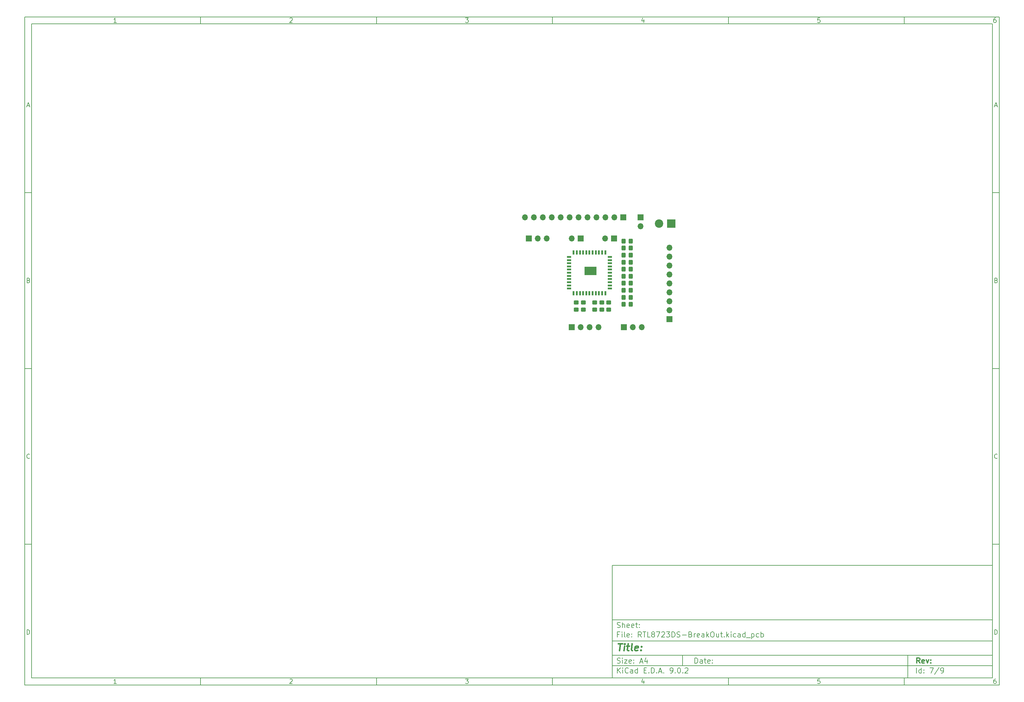
<source format=gts>
G04 #@! TF.GenerationSoftware,KiCad,Pcbnew,9.0.2*
G04 #@! TF.CreationDate,2025-07-17T00:51:24+08:00*
G04 #@! TF.ProjectId,RTL8723DS-BreakOut,52544c38-3732-4334-9453-2d427265616b,rev?*
G04 #@! TF.SameCoordinates,Original*
G04 #@! TF.FileFunction,Soldermask,Top*
G04 #@! TF.FilePolarity,Negative*
%FSLAX45Y45*%
G04 Gerber Fmt 4.5, Leading zero omitted, Abs format (unit mm)*
G04 Created by KiCad (PCBNEW 9.0.2) date 2025-07-17 00:51:24*
%MOMM*%
%LPD*%
G01*
G04 APERTURE LIST*
G04 Aperture macros list*
%AMRoundRect*
0 Rectangle with rounded corners*
0 $1 Rounding radius*
0 $2 $3 $4 $5 $6 $7 $8 $9 X,Y pos of 4 corners*
0 Add a 4 corners polygon primitive as box body*
4,1,4,$2,$3,$4,$5,$6,$7,$8,$9,$2,$3,0*
0 Add four circle primitives for the rounded corners*
1,1,$1+$1,$2,$3*
1,1,$1+$1,$4,$5*
1,1,$1+$1,$6,$7*
1,1,$1+$1,$8,$9*
0 Add four rect primitives between the rounded corners*
20,1,$1+$1,$2,$3,$4,$5,0*
20,1,$1+$1,$4,$5,$6,$7,0*
20,1,$1+$1,$6,$7,$8,$9,0*
20,1,$1+$1,$8,$9,$2,$3,0*%
G04 Aperture macros list end*
%ADD10C,0.100000*%
%ADD11C,0.150000*%
%ADD12C,0.300000*%
%ADD13C,0.400000*%
%ADD14RoundRect,0.250000X-0.325000X-0.450000X0.325000X-0.450000X0.325000X0.450000X-0.325000X0.450000X0*%
%ADD15RoundRect,0.250000X0.450000X-0.325000X0.450000X0.325000X-0.450000X0.325000X-0.450000X-0.325000X0*%
%ADD16RoundRect,0.250000X0.325000X0.450000X-0.325000X0.450000X-0.325000X-0.450000X0.325000X-0.450000X0*%
%ADD17R,1.700000X1.700000*%
%ADD18O,1.700000X1.700000*%
%ADD19RoundRect,0.075000X-0.175000X-0.525000X0.175000X-0.525000X0.175000X0.525000X-0.175000X0.525000X0*%
%ADD20RoundRect,0.075000X-0.525000X-0.175000X0.525000X-0.175000X0.525000X0.175000X-0.525000X0.175000X0*%
%ADD21R,3.360000X2.440000*%
%ADD22RoundRect,0.250000X-0.450000X0.325000X-0.450000X-0.325000X0.450000X-0.325000X0.450000X0.325000X0*%
%ADD23R,2.400000X2.400000*%
%ADD24C,2.400000*%
G04 APERTURE END LIST*
D10*
D11*
X17700220Y-16600720D02*
X28500220Y-16600720D01*
X28500220Y-19800720D01*
X17700220Y-19800720D01*
X17700220Y-16600720D01*
D10*
D11*
X1000000Y-1000000D02*
X28700220Y-1000000D01*
X28700220Y-20000720D01*
X1000000Y-20000720D01*
X1000000Y-1000000D01*
D10*
D11*
X1200000Y-1200000D02*
X28500220Y-1200000D01*
X28500220Y-19800720D01*
X1200000Y-19800720D01*
X1200000Y-1200000D01*
D10*
D11*
X6000000Y-1200000D02*
X6000000Y-1000000D01*
D10*
D11*
X11000000Y-1200000D02*
X11000000Y-1000000D01*
D10*
D11*
X16000000Y-1200000D02*
X16000000Y-1000000D01*
D10*
D11*
X21000000Y-1200000D02*
X21000000Y-1000000D01*
D10*
D11*
X26000000Y-1200000D02*
X26000000Y-1000000D01*
D10*
D11*
X3608916Y-1159360D02*
X3534630Y-1159360D01*
X3571773Y-1159360D02*
X3571773Y-1029360D01*
X3571773Y-1029360D02*
X3559392Y-1047932D01*
X3559392Y-1047932D02*
X3547011Y-1060313D01*
X3547011Y-1060313D02*
X3534630Y-1066503D01*
D10*
D11*
X8534630Y-1041741D02*
X8540821Y-1035551D01*
X8540821Y-1035551D02*
X8553202Y-1029360D01*
X8553202Y-1029360D02*
X8584154Y-1029360D01*
X8584154Y-1029360D02*
X8596535Y-1035551D01*
X8596535Y-1035551D02*
X8602726Y-1041741D01*
X8602726Y-1041741D02*
X8608916Y-1054122D01*
X8608916Y-1054122D02*
X8608916Y-1066503D01*
X8608916Y-1066503D02*
X8602726Y-1085075D01*
X8602726Y-1085075D02*
X8528440Y-1159360D01*
X8528440Y-1159360D02*
X8608916Y-1159360D01*
D10*
D11*
X13528440Y-1029360D02*
X13608916Y-1029360D01*
X13608916Y-1029360D02*
X13565583Y-1078884D01*
X13565583Y-1078884D02*
X13584154Y-1078884D01*
X13584154Y-1078884D02*
X13596535Y-1085075D01*
X13596535Y-1085075D02*
X13602725Y-1091265D01*
X13602725Y-1091265D02*
X13608916Y-1103646D01*
X13608916Y-1103646D02*
X13608916Y-1134599D01*
X13608916Y-1134599D02*
X13602725Y-1146980D01*
X13602725Y-1146980D02*
X13596535Y-1153170D01*
X13596535Y-1153170D02*
X13584154Y-1159360D01*
X13584154Y-1159360D02*
X13547011Y-1159360D01*
X13547011Y-1159360D02*
X13534630Y-1153170D01*
X13534630Y-1153170D02*
X13528440Y-1146980D01*
D10*
D11*
X18596535Y-1072694D02*
X18596535Y-1159360D01*
X18565583Y-1023170D02*
X18534630Y-1116027D01*
X18534630Y-1116027D02*
X18615106Y-1116027D01*
D10*
D11*
X23602725Y-1029360D02*
X23540821Y-1029360D01*
X23540821Y-1029360D02*
X23534630Y-1091265D01*
X23534630Y-1091265D02*
X23540821Y-1085075D01*
X23540821Y-1085075D02*
X23553202Y-1078884D01*
X23553202Y-1078884D02*
X23584154Y-1078884D01*
X23584154Y-1078884D02*
X23596535Y-1085075D01*
X23596535Y-1085075D02*
X23602725Y-1091265D01*
X23602725Y-1091265D02*
X23608916Y-1103646D01*
X23608916Y-1103646D02*
X23608916Y-1134599D01*
X23608916Y-1134599D02*
X23602725Y-1146980D01*
X23602725Y-1146980D02*
X23596535Y-1153170D01*
X23596535Y-1153170D02*
X23584154Y-1159360D01*
X23584154Y-1159360D02*
X23553202Y-1159360D01*
X23553202Y-1159360D02*
X23540821Y-1153170D01*
X23540821Y-1153170D02*
X23534630Y-1146980D01*
D10*
D11*
X28596535Y-1029360D02*
X28571773Y-1029360D01*
X28571773Y-1029360D02*
X28559392Y-1035551D01*
X28559392Y-1035551D02*
X28553202Y-1041741D01*
X28553202Y-1041741D02*
X28540821Y-1060313D01*
X28540821Y-1060313D02*
X28534630Y-1085075D01*
X28534630Y-1085075D02*
X28534630Y-1134599D01*
X28534630Y-1134599D02*
X28540821Y-1146980D01*
X28540821Y-1146980D02*
X28547011Y-1153170D01*
X28547011Y-1153170D02*
X28559392Y-1159360D01*
X28559392Y-1159360D02*
X28584154Y-1159360D01*
X28584154Y-1159360D02*
X28596535Y-1153170D01*
X28596535Y-1153170D02*
X28602725Y-1146980D01*
X28602725Y-1146980D02*
X28608916Y-1134599D01*
X28608916Y-1134599D02*
X28608916Y-1103646D01*
X28608916Y-1103646D02*
X28602725Y-1091265D01*
X28602725Y-1091265D02*
X28596535Y-1085075D01*
X28596535Y-1085075D02*
X28584154Y-1078884D01*
X28584154Y-1078884D02*
X28559392Y-1078884D01*
X28559392Y-1078884D02*
X28547011Y-1085075D01*
X28547011Y-1085075D02*
X28540821Y-1091265D01*
X28540821Y-1091265D02*
X28534630Y-1103646D01*
D10*
D11*
X6000000Y-19800720D02*
X6000000Y-20000720D01*
D10*
D11*
X11000000Y-19800720D02*
X11000000Y-20000720D01*
D10*
D11*
X16000000Y-19800720D02*
X16000000Y-20000720D01*
D10*
D11*
X21000000Y-19800720D02*
X21000000Y-20000720D01*
D10*
D11*
X26000000Y-19800720D02*
X26000000Y-20000720D01*
D10*
D11*
X3608916Y-19960080D02*
X3534630Y-19960080D01*
X3571773Y-19960080D02*
X3571773Y-19830080D01*
X3571773Y-19830080D02*
X3559392Y-19848652D01*
X3559392Y-19848652D02*
X3547011Y-19861033D01*
X3547011Y-19861033D02*
X3534630Y-19867223D01*
D10*
D11*
X8534630Y-19842461D02*
X8540821Y-19836271D01*
X8540821Y-19836271D02*
X8553202Y-19830080D01*
X8553202Y-19830080D02*
X8584154Y-19830080D01*
X8584154Y-19830080D02*
X8596535Y-19836271D01*
X8596535Y-19836271D02*
X8602726Y-19842461D01*
X8602726Y-19842461D02*
X8608916Y-19854842D01*
X8608916Y-19854842D02*
X8608916Y-19867223D01*
X8608916Y-19867223D02*
X8602726Y-19885795D01*
X8602726Y-19885795D02*
X8528440Y-19960080D01*
X8528440Y-19960080D02*
X8608916Y-19960080D01*
D10*
D11*
X13528440Y-19830080D02*
X13608916Y-19830080D01*
X13608916Y-19830080D02*
X13565583Y-19879604D01*
X13565583Y-19879604D02*
X13584154Y-19879604D01*
X13584154Y-19879604D02*
X13596535Y-19885795D01*
X13596535Y-19885795D02*
X13602725Y-19891985D01*
X13602725Y-19891985D02*
X13608916Y-19904366D01*
X13608916Y-19904366D02*
X13608916Y-19935319D01*
X13608916Y-19935319D02*
X13602725Y-19947700D01*
X13602725Y-19947700D02*
X13596535Y-19953890D01*
X13596535Y-19953890D02*
X13584154Y-19960080D01*
X13584154Y-19960080D02*
X13547011Y-19960080D01*
X13547011Y-19960080D02*
X13534630Y-19953890D01*
X13534630Y-19953890D02*
X13528440Y-19947700D01*
D10*
D11*
X18596535Y-19873414D02*
X18596535Y-19960080D01*
X18565583Y-19823890D02*
X18534630Y-19916747D01*
X18534630Y-19916747D02*
X18615106Y-19916747D01*
D10*
D11*
X23602725Y-19830080D02*
X23540821Y-19830080D01*
X23540821Y-19830080D02*
X23534630Y-19891985D01*
X23534630Y-19891985D02*
X23540821Y-19885795D01*
X23540821Y-19885795D02*
X23553202Y-19879604D01*
X23553202Y-19879604D02*
X23584154Y-19879604D01*
X23584154Y-19879604D02*
X23596535Y-19885795D01*
X23596535Y-19885795D02*
X23602725Y-19891985D01*
X23602725Y-19891985D02*
X23608916Y-19904366D01*
X23608916Y-19904366D02*
X23608916Y-19935319D01*
X23608916Y-19935319D02*
X23602725Y-19947700D01*
X23602725Y-19947700D02*
X23596535Y-19953890D01*
X23596535Y-19953890D02*
X23584154Y-19960080D01*
X23584154Y-19960080D02*
X23553202Y-19960080D01*
X23553202Y-19960080D02*
X23540821Y-19953890D01*
X23540821Y-19953890D02*
X23534630Y-19947700D01*
D10*
D11*
X28596535Y-19830080D02*
X28571773Y-19830080D01*
X28571773Y-19830080D02*
X28559392Y-19836271D01*
X28559392Y-19836271D02*
X28553202Y-19842461D01*
X28553202Y-19842461D02*
X28540821Y-19861033D01*
X28540821Y-19861033D02*
X28534630Y-19885795D01*
X28534630Y-19885795D02*
X28534630Y-19935319D01*
X28534630Y-19935319D02*
X28540821Y-19947700D01*
X28540821Y-19947700D02*
X28547011Y-19953890D01*
X28547011Y-19953890D02*
X28559392Y-19960080D01*
X28559392Y-19960080D02*
X28584154Y-19960080D01*
X28584154Y-19960080D02*
X28596535Y-19953890D01*
X28596535Y-19953890D02*
X28602725Y-19947700D01*
X28602725Y-19947700D02*
X28608916Y-19935319D01*
X28608916Y-19935319D02*
X28608916Y-19904366D01*
X28608916Y-19904366D02*
X28602725Y-19891985D01*
X28602725Y-19891985D02*
X28596535Y-19885795D01*
X28596535Y-19885795D02*
X28584154Y-19879604D01*
X28584154Y-19879604D02*
X28559392Y-19879604D01*
X28559392Y-19879604D02*
X28547011Y-19885795D01*
X28547011Y-19885795D02*
X28540821Y-19891985D01*
X28540821Y-19891985D02*
X28534630Y-19904366D01*
D10*
D11*
X1000000Y-6000000D02*
X1200000Y-6000000D01*
D10*
D11*
X1000000Y-11000000D02*
X1200000Y-11000000D01*
D10*
D11*
X1000000Y-16000000D02*
X1200000Y-16000000D01*
D10*
D11*
X1069048Y-3522218D02*
X1130952Y-3522218D01*
X1056667Y-3559360D02*
X1100000Y-3429360D01*
X1100000Y-3429360D02*
X1143333Y-3559360D01*
D10*
D11*
X1109286Y-8491265D02*
X1127857Y-8497456D01*
X1127857Y-8497456D02*
X1134048Y-8503646D01*
X1134048Y-8503646D02*
X1140238Y-8516027D01*
X1140238Y-8516027D02*
X1140238Y-8534599D01*
X1140238Y-8534599D02*
X1134048Y-8546980D01*
X1134048Y-8546980D02*
X1127857Y-8553170D01*
X1127857Y-8553170D02*
X1115476Y-8559360D01*
X1115476Y-8559360D02*
X1065952Y-8559360D01*
X1065952Y-8559360D02*
X1065952Y-8429360D01*
X1065952Y-8429360D02*
X1109286Y-8429360D01*
X1109286Y-8429360D02*
X1121667Y-8435551D01*
X1121667Y-8435551D02*
X1127857Y-8441741D01*
X1127857Y-8441741D02*
X1134048Y-8454122D01*
X1134048Y-8454122D02*
X1134048Y-8466503D01*
X1134048Y-8466503D02*
X1127857Y-8478884D01*
X1127857Y-8478884D02*
X1121667Y-8485075D01*
X1121667Y-8485075D02*
X1109286Y-8491265D01*
X1109286Y-8491265D02*
X1065952Y-8491265D01*
D10*
D11*
X1140238Y-13546979D02*
X1134048Y-13553170D01*
X1134048Y-13553170D02*
X1115476Y-13559360D01*
X1115476Y-13559360D02*
X1103095Y-13559360D01*
X1103095Y-13559360D02*
X1084524Y-13553170D01*
X1084524Y-13553170D02*
X1072143Y-13540789D01*
X1072143Y-13540789D02*
X1065952Y-13528408D01*
X1065952Y-13528408D02*
X1059762Y-13503646D01*
X1059762Y-13503646D02*
X1059762Y-13485075D01*
X1059762Y-13485075D02*
X1065952Y-13460313D01*
X1065952Y-13460313D02*
X1072143Y-13447932D01*
X1072143Y-13447932D02*
X1084524Y-13435551D01*
X1084524Y-13435551D02*
X1103095Y-13429360D01*
X1103095Y-13429360D02*
X1115476Y-13429360D01*
X1115476Y-13429360D02*
X1134048Y-13435551D01*
X1134048Y-13435551D02*
X1140238Y-13441741D01*
D10*
D11*
X1065952Y-18559360D02*
X1065952Y-18429360D01*
X1065952Y-18429360D02*
X1096905Y-18429360D01*
X1096905Y-18429360D02*
X1115476Y-18435551D01*
X1115476Y-18435551D02*
X1127857Y-18447932D01*
X1127857Y-18447932D02*
X1134048Y-18460313D01*
X1134048Y-18460313D02*
X1140238Y-18485075D01*
X1140238Y-18485075D02*
X1140238Y-18503646D01*
X1140238Y-18503646D02*
X1134048Y-18528408D01*
X1134048Y-18528408D02*
X1127857Y-18540789D01*
X1127857Y-18540789D02*
X1115476Y-18553170D01*
X1115476Y-18553170D02*
X1096905Y-18559360D01*
X1096905Y-18559360D02*
X1065952Y-18559360D01*
D10*
D11*
X28700220Y-6000000D02*
X28500220Y-6000000D01*
D10*
D11*
X28700220Y-11000000D02*
X28500220Y-11000000D01*
D10*
D11*
X28700220Y-16000000D02*
X28500220Y-16000000D01*
D10*
D11*
X28569268Y-3522218D02*
X28631172Y-3522218D01*
X28556887Y-3559360D02*
X28600220Y-3429360D01*
X28600220Y-3429360D02*
X28643553Y-3559360D01*
D10*
D11*
X28609506Y-8491265D02*
X28628077Y-8497456D01*
X28628077Y-8497456D02*
X28634268Y-8503646D01*
X28634268Y-8503646D02*
X28640458Y-8516027D01*
X28640458Y-8516027D02*
X28640458Y-8534599D01*
X28640458Y-8534599D02*
X28634268Y-8546980D01*
X28634268Y-8546980D02*
X28628077Y-8553170D01*
X28628077Y-8553170D02*
X28615696Y-8559360D01*
X28615696Y-8559360D02*
X28566172Y-8559360D01*
X28566172Y-8559360D02*
X28566172Y-8429360D01*
X28566172Y-8429360D02*
X28609506Y-8429360D01*
X28609506Y-8429360D02*
X28621887Y-8435551D01*
X28621887Y-8435551D02*
X28628077Y-8441741D01*
X28628077Y-8441741D02*
X28634268Y-8454122D01*
X28634268Y-8454122D02*
X28634268Y-8466503D01*
X28634268Y-8466503D02*
X28628077Y-8478884D01*
X28628077Y-8478884D02*
X28621887Y-8485075D01*
X28621887Y-8485075D02*
X28609506Y-8491265D01*
X28609506Y-8491265D02*
X28566172Y-8491265D01*
D10*
D11*
X28640458Y-13546979D02*
X28634268Y-13553170D01*
X28634268Y-13553170D02*
X28615696Y-13559360D01*
X28615696Y-13559360D02*
X28603315Y-13559360D01*
X28603315Y-13559360D02*
X28584744Y-13553170D01*
X28584744Y-13553170D02*
X28572363Y-13540789D01*
X28572363Y-13540789D02*
X28566172Y-13528408D01*
X28566172Y-13528408D02*
X28559982Y-13503646D01*
X28559982Y-13503646D02*
X28559982Y-13485075D01*
X28559982Y-13485075D02*
X28566172Y-13460313D01*
X28566172Y-13460313D02*
X28572363Y-13447932D01*
X28572363Y-13447932D02*
X28584744Y-13435551D01*
X28584744Y-13435551D02*
X28603315Y-13429360D01*
X28603315Y-13429360D02*
X28615696Y-13429360D01*
X28615696Y-13429360D02*
X28634268Y-13435551D01*
X28634268Y-13435551D02*
X28640458Y-13441741D01*
D10*
D11*
X28566172Y-18559360D02*
X28566172Y-18429360D01*
X28566172Y-18429360D02*
X28597125Y-18429360D01*
X28597125Y-18429360D02*
X28615696Y-18435551D01*
X28615696Y-18435551D02*
X28628077Y-18447932D01*
X28628077Y-18447932D02*
X28634268Y-18460313D01*
X28634268Y-18460313D02*
X28640458Y-18485075D01*
X28640458Y-18485075D02*
X28640458Y-18503646D01*
X28640458Y-18503646D02*
X28634268Y-18528408D01*
X28634268Y-18528408D02*
X28628077Y-18540789D01*
X28628077Y-18540789D02*
X28615696Y-18553170D01*
X28615696Y-18553170D02*
X28597125Y-18559360D01*
X28597125Y-18559360D02*
X28566172Y-18559360D01*
D10*
D11*
X20045803Y-19379333D02*
X20045803Y-19229333D01*
X20045803Y-19229333D02*
X20081517Y-19229333D01*
X20081517Y-19229333D02*
X20102946Y-19236476D01*
X20102946Y-19236476D02*
X20117231Y-19250761D01*
X20117231Y-19250761D02*
X20124374Y-19265047D01*
X20124374Y-19265047D02*
X20131517Y-19293619D01*
X20131517Y-19293619D02*
X20131517Y-19315047D01*
X20131517Y-19315047D02*
X20124374Y-19343619D01*
X20124374Y-19343619D02*
X20117231Y-19357904D01*
X20117231Y-19357904D02*
X20102946Y-19372190D01*
X20102946Y-19372190D02*
X20081517Y-19379333D01*
X20081517Y-19379333D02*
X20045803Y-19379333D01*
X20260088Y-19379333D02*
X20260088Y-19300761D01*
X20260088Y-19300761D02*
X20252946Y-19286476D01*
X20252946Y-19286476D02*
X20238660Y-19279333D01*
X20238660Y-19279333D02*
X20210088Y-19279333D01*
X20210088Y-19279333D02*
X20195803Y-19286476D01*
X20260088Y-19372190D02*
X20245803Y-19379333D01*
X20245803Y-19379333D02*
X20210088Y-19379333D01*
X20210088Y-19379333D02*
X20195803Y-19372190D01*
X20195803Y-19372190D02*
X20188660Y-19357904D01*
X20188660Y-19357904D02*
X20188660Y-19343619D01*
X20188660Y-19343619D02*
X20195803Y-19329333D01*
X20195803Y-19329333D02*
X20210088Y-19322190D01*
X20210088Y-19322190D02*
X20245803Y-19322190D01*
X20245803Y-19322190D02*
X20260088Y-19315047D01*
X20310088Y-19279333D02*
X20367231Y-19279333D01*
X20331517Y-19229333D02*
X20331517Y-19357904D01*
X20331517Y-19357904D02*
X20338660Y-19372190D01*
X20338660Y-19372190D02*
X20352946Y-19379333D01*
X20352946Y-19379333D02*
X20367231Y-19379333D01*
X20474374Y-19372190D02*
X20460088Y-19379333D01*
X20460088Y-19379333D02*
X20431517Y-19379333D01*
X20431517Y-19379333D02*
X20417231Y-19372190D01*
X20417231Y-19372190D02*
X20410088Y-19357904D01*
X20410088Y-19357904D02*
X20410088Y-19300761D01*
X20410088Y-19300761D02*
X20417231Y-19286476D01*
X20417231Y-19286476D02*
X20431517Y-19279333D01*
X20431517Y-19279333D02*
X20460088Y-19279333D01*
X20460088Y-19279333D02*
X20474374Y-19286476D01*
X20474374Y-19286476D02*
X20481517Y-19300761D01*
X20481517Y-19300761D02*
X20481517Y-19315047D01*
X20481517Y-19315047D02*
X20410088Y-19329333D01*
X20545803Y-19365047D02*
X20552946Y-19372190D01*
X20552946Y-19372190D02*
X20545803Y-19379333D01*
X20545803Y-19379333D02*
X20538660Y-19372190D01*
X20538660Y-19372190D02*
X20545803Y-19365047D01*
X20545803Y-19365047D02*
X20545803Y-19379333D01*
X20545803Y-19286476D02*
X20552946Y-19293619D01*
X20552946Y-19293619D02*
X20545803Y-19300761D01*
X20545803Y-19300761D02*
X20538660Y-19293619D01*
X20538660Y-19293619D02*
X20545803Y-19286476D01*
X20545803Y-19286476D02*
X20545803Y-19300761D01*
D10*
D11*
X17700220Y-19450720D02*
X28500220Y-19450720D01*
D10*
D11*
X17845803Y-19659333D02*
X17845803Y-19509333D01*
X17931517Y-19659333D02*
X17867231Y-19573619D01*
X17931517Y-19509333D02*
X17845803Y-19595047D01*
X17995803Y-19659333D02*
X17995803Y-19559333D01*
X17995803Y-19509333D02*
X17988660Y-19516476D01*
X17988660Y-19516476D02*
X17995803Y-19523619D01*
X17995803Y-19523619D02*
X18002946Y-19516476D01*
X18002946Y-19516476D02*
X17995803Y-19509333D01*
X17995803Y-19509333D02*
X17995803Y-19523619D01*
X18152946Y-19645047D02*
X18145803Y-19652190D01*
X18145803Y-19652190D02*
X18124374Y-19659333D01*
X18124374Y-19659333D02*
X18110088Y-19659333D01*
X18110088Y-19659333D02*
X18088660Y-19652190D01*
X18088660Y-19652190D02*
X18074374Y-19637904D01*
X18074374Y-19637904D02*
X18067231Y-19623619D01*
X18067231Y-19623619D02*
X18060088Y-19595047D01*
X18060088Y-19595047D02*
X18060088Y-19573619D01*
X18060088Y-19573619D02*
X18067231Y-19545047D01*
X18067231Y-19545047D02*
X18074374Y-19530761D01*
X18074374Y-19530761D02*
X18088660Y-19516476D01*
X18088660Y-19516476D02*
X18110088Y-19509333D01*
X18110088Y-19509333D02*
X18124374Y-19509333D01*
X18124374Y-19509333D02*
X18145803Y-19516476D01*
X18145803Y-19516476D02*
X18152946Y-19523619D01*
X18281517Y-19659333D02*
X18281517Y-19580761D01*
X18281517Y-19580761D02*
X18274374Y-19566476D01*
X18274374Y-19566476D02*
X18260088Y-19559333D01*
X18260088Y-19559333D02*
X18231517Y-19559333D01*
X18231517Y-19559333D02*
X18217231Y-19566476D01*
X18281517Y-19652190D02*
X18267231Y-19659333D01*
X18267231Y-19659333D02*
X18231517Y-19659333D01*
X18231517Y-19659333D02*
X18217231Y-19652190D01*
X18217231Y-19652190D02*
X18210088Y-19637904D01*
X18210088Y-19637904D02*
X18210088Y-19623619D01*
X18210088Y-19623619D02*
X18217231Y-19609333D01*
X18217231Y-19609333D02*
X18231517Y-19602190D01*
X18231517Y-19602190D02*
X18267231Y-19602190D01*
X18267231Y-19602190D02*
X18281517Y-19595047D01*
X18417231Y-19659333D02*
X18417231Y-19509333D01*
X18417231Y-19652190D02*
X18402946Y-19659333D01*
X18402946Y-19659333D02*
X18374374Y-19659333D01*
X18374374Y-19659333D02*
X18360088Y-19652190D01*
X18360088Y-19652190D02*
X18352946Y-19645047D01*
X18352946Y-19645047D02*
X18345803Y-19630761D01*
X18345803Y-19630761D02*
X18345803Y-19587904D01*
X18345803Y-19587904D02*
X18352946Y-19573619D01*
X18352946Y-19573619D02*
X18360088Y-19566476D01*
X18360088Y-19566476D02*
X18374374Y-19559333D01*
X18374374Y-19559333D02*
X18402946Y-19559333D01*
X18402946Y-19559333D02*
X18417231Y-19566476D01*
X18602946Y-19580761D02*
X18652946Y-19580761D01*
X18674374Y-19659333D02*
X18602946Y-19659333D01*
X18602946Y-19659333D02*
X18602946Y-19509333D01*
X18602946Y-19509333D02*
X18674374Y-19509333D01*
X18738660Y-19645047D02*
X18745803Y-19652190D01*
X18745803Y-19652190D02*
X18738660Y-19659333D01*
X18738660Y-19659333D02*
X18731517Y-19652190D01*
X18731517Y-19652190D02*
X18738660Y-19645047D01*
X18738660Y-19645047D02*
X18738660Y-19659333D01*
X18810088Y-19659333D02*
X18810088Y-19509333D01*
X18810088Y-19509333D02*
X18845803Y-19509333D01*
X18845803Y-19509333D02*
X18867231Y-19516476D01*
X18867231Y-19516476D02*
X18881517Y-19530761D01*
X18881517Y-19530761D02*
X18888660Y-19545047D01*
X18888660Y-19545047D02*
X18895803Y-19573619D01*
X18895803Y-19573619D02*
X18895803Y-19595047D01*
X18895803Y-19595047D02*
X18888660Y-19623619D01*
X18888660Y-19623619D02*
X18881517Y-19637904D01*
X18881517Y-19637904D02*
X18867231Y-19652190D01*
X18867231Y-19652190D02*
X18845803Y-19659333D01*
X18845803Y-19659333D02*
X18810088Y-19659333D01*
X18960088Y-19645047D02*
X18967231Y-19652190D01*
X18967231Y-19652190D02*
X18960088Y-19659333D01*
X18960088Y-19659333D02*
X18952946Y-19652190D01*
X18952946Y-19652190D02*
X18960088Y-19645047D01*
X18960088Y-19645047D02*
X18960088Y-19659333D01*
X19024374Y-19616476D02*
X19095803Y-19616476D01*
X19010089Y-19659333D02*
X19060089Y-19509333D01*
X19060089Y-19509333D02*
X19110089Y-19659333D01*
X19160088Y-19645047D02*
X19167231Y-19652190D01*
X19167231Y-19652190D02*
X19160088Y-19659333D01*
X19160088Y-19659333D02*
X19152946Y-19652190D01*
X19152946Y-19652190D02*
X19160088Y-19645047D01*
X19160088Y-19645047D02*
X19160088Y-19659333D01*
X19352946Y-19659333D02*
X19381517Y-19659333D01*
X19381517Y-19659333D02*
X19395803Y-19652190D01*
X19395803Y-19652190D02*
X19402946Y-19645047D01*
X19402946Y-19645047D02*
X19417231Y-19623619D01*
X19417231Y-19623619D02*
X19424374Y-19595047D01*
X19424374Y-19595047D02*
X19424374Y-19537904D01*
X19424374Y-19537904D02*
X19417231Y-19523619D01*
X19417231Y-19523619D02*
X19410089Y-19516476D01*
X19410089Y-19516476D02*
X19395803Y-19509333D01*
X19395803Y-19509333D02*
X19367231Y-19509333D01*
X19367231Y-19509333D02*
X19352946Y-19516476D01*
X19352946Y-19516476D02*
X19345803Y-19523619D01*
X19345803Y-19523619D02*
X19338660Y-19537904D01*
X19338660Y-19537904D02*
X19338660Y-19573619D01*
X19338660Y-19573619D02*
X19345803Y-19587904D01*
X19345803Y-19587904D02*
X19352946Y-19595047D01*
X19352946Y-19595047D02*
X19367231Y-19602190D01*
X19367231Y-19602190D02*
X19395803Y-19602190D01*
X19395803Y-19602190D02*
X19410089Y-19595047D01*
X19410089Y-19595047D02*
X19417231Y-19587904D01*
X19417231Y-19587904D02*
X19424374Y-19573619D01*
X19488660Y-19645047D02*
X19495803Y-19652190D01*
X19495803Y-19652190D02*
X19488660Y-19659333D01*
X19488660Y-19659333D02*
X19481517Y-19652190D01*
X19481517Y-19652190D02*
X19488660Y-19645047D01*
X19488660Y-19645047D02*
X19488660Y-19659333D01*
X19588660Y-19509333D02*
X19602946Y-19509333D01*
X19602946Y-19509333D02*
X19617231Y-19516476D01*
X19617231Y-19516476D02*
X19624374Y-19523619D01*
X19624374Y-19523619D02*
X19631517Y-19537904D01*
X19631517Y-19537904D02*
X19638660Y-19566476D01*
X19638660Y-19566476D02*
X19638660Y-19602190D01*
X19638660Y-19602190D02*
X19631517Y-19630761D01*
X19631517Y-19630761D02*
X19624374Y-19645047D01*
X19624374Y-19645047D02*
X19617231Y-19652190D01*
X19617231Y-19652190D02*
X19602946Y-19659333D01*
X19602946Y-19659333D02*
X19588660Y-19659333D01*
X19588660Y-19659333D02*
X19574374Y-19652190D01*
X19574374Y-19652190D02*
X19567231Y-19645047D01*
X19567231Y-19645047D02*
X19560088Y-19630761D01*
X19560088Y-19630761D02*
X19552946Y-19602190D01*
X19552946Y-19602190D02*
X19552946Y-19566476D01*
X19552946Y-19566476D02*
X19560088Y-19537904D01*
X19560088Y-19537904D02*
X19567231Y-19523619D01*
X19567231Y-19523619D02*
X19574374Y-19516476D01*
X19574374Y-19516476D02*
X19588660Y-19509333D01*
X19702946Y-19645047D02*
X19710088Y-19652190D01*
X19710088Y-19652190D02*
X19702946Y-19659333D01*
X19702946Y-19659333D02*
X19695803Y-19652190D01*
X19695803Y-19652190D02*
X19702946Y-19645047D01*
X19702946Y-19645047D02*
X19702946Y-19659333D01*
X19767231Y-19523619D02*
X19774374Y-19516476D01*
X19774374Y-19516476D02*
X19788660Y-19509333D01*
X19788660Y-19509333D02*
X19824374Y-19509333D01*
X19824374Y-19509333D02*
X19838660Y-19516476D01*
X19838660Y-19516476D02*
X19845803Y-19523619D01*
X19845803Y-19523619D02*
X19852946Y-19537904D01*
X19852946Y-19537904D02*
X19852946Y-19552190D01*
X19852946Y-19552190D02*
X19845803Y-19573619D01*
X19845803Y-19573619D02*
X19760088Y-19659333D01*
X19760088Y-19659333D02*
X19852946Y-19659333D01*
D10*
D11*
X17700220Y-19150720D02*
X28500220Y-19150720D01*
D10*
D12*
X26441385Y-19378553D02*
X26391385Y-19307124D01*
X26355671Y-19378553D02*
X26355671Y-19228553D01*
X26355671Y-19228553D02*
X26412814Y-19228553D01*
X26412814Y-19228553D02*
X26427100Y-19235696D01*
X26427100Y-19235696D02*
X26434242Y-19242839D01*
X26434242Y-19242839D02*
X26441385Y-19257124D01*
X26441385Y-19257124D02*
X26441385Y-19278553D01*
X26441385Y-19278553D02*
X26434242Y-19292839D01*
X26434242Y-19292839D02*
X26427100Y-19299981D01*
X26427100Y-19299981D02*
X26412814Y-19307124D01*
X26412814Y-19307124D02*
X26355671Y-19307124D01*
X26562814Y-19371410D02*
X26548528Y-19378553D01*
X26548528Y-19378553D02*
X26519957Y-19378553D01*
X26519957Y-19378553D02*
X26505671Y-19371410D01*
X26505671Y-19371410D02*
X26498528Y-19357124D01*
X26498528Y-19357124D02*
X26498528Y-19299981D01*
X26498528Y-19299981D02*
X26505671Y-19285696D01*
X26505671Y-19285696D02*
X26519957Y-19278553D01*
X26519957Y-19278553D02*
X26548528Y-19278553D01*
X26548528Y-19278553D02*
X26562814Y-19285696D01*
X26562814Y-19285696D02*
X26569957Y-19299981D01*
X26569957Y-19299981D02*
X26569957Y-19314267D01*
X26569957Y-19314267D02*
X26498528Y-19328553D01*
X26619957Y-19278553D02*
X26655671Y-19378553D01*
X26655671Y-19378553D02*
X26691385Y-19278553D01*
X26748528Y-19364267D02*
X26755671Y-19371410D01*
X26755671Y-19371410D02*
X26748528Y-19378553D01*
X26748528Y-19378553D02*
X26741385Y-19371410D01*
X26741385Y-19371410D02*
X26748528Y-19364267D01*
X26748528Y-19364267D02*
X26748528Y-19378553D01*
X26748528Y-19285696D02*
X26755671Y-19292839D01*
X26755671Y-19292839D02*
X26748528Y-19299981D01*
X26748528Y-19299981D02*
X26741385Y-19292839D01*
X26741385Y-19292839D02*
X26748528Y-19285696D01*
X26748528Y-19285696D02*
X26748528Y-19299981D01*
D10*
D11*
X17838660Y-19372190D02*
X17860088Y-19379333D01*
X17860088Y-19379333D02*
X17895803Y-19379333D01*
X17895803Y-19379333D02*
X17910088Y-19372190D01*
X17910088Y-19372190D02*
X17917231Y-19365047D01*
X17917231Y-19365047D02*
X17924374Y-19350761D01*
X17924374Y-19350761D02*
X17924374Y-19336476D01*
X17924374Y-19336476D02*
X17917231Y-19322190D01*
X17917231Y-19322190D02*
X17910088Y-19315047D01*
X17910088Y-19315047D02*
X17895803Y-19307904D01*
X17895803Y-19307904D02*
X17867231Y-19300761D01*
X17867231Y-19300761D02*
X17852946Y-19293619D01*
X17852946Y-19293619D02*
X17845803Y-19286476D01*
X17845803Y-19286476D02*
X17838660Y-19272190D01*
X17838660Y-19272190D02*
X17838660Y-19257904D01*
X17838660Y-19257904D02*
X17845803Y-19243619D01*
X17845803Y-19243619D02*
X17852946Y-19236476D01*
X17852946Y-19236476D02*
X17867231Y-19229333D01*
X17867231Y-19229333D02*
X17902946Y-19229333D01*
X17902946Y-19229333D02*
X17924374Y-19236476D01*
X17988660Y-19379333D02*
X17988660Y-19279333D01*
X17988660Y-19229333D02*
X17981517Y-19236476D01*
X17981517Y-19236476D02*
X17988660Y-19243619D01*
X17988660Y-19243619D02*
X17995803Y-19236476D01*
X17995803Y-19236476D02*
X17988660Y-19229333D01*
X17988660Y-19229333D02*
X17988660Y-19243619D01*
X18045803Y-19279333D02*
X18124374Y-19279333D01*
X18124374Y-19279333D02*
X18045803Y-19379333D01*
X18045803Y-19379333D02*
X18124374Y-19379333D01*
X18238660Y-19372190D02*
X18224374Y-19379333D01*
X18224374Y-19379333D02*
X18195803Y-19379333D01*
X18195803Y-19379333D02*
X18181517Y-19372190D01*
X18181517Y-19372190D02*
X18174374Y-19357904D01*
X18174374Y-19357904D02*
X18174374Y-19300761D01*
X18174374Y-19300761D02*
X18181517Y-19286476D01*
X18181517Y-19286476D02*
X18195803Y-19279333D01*
X18195803Y-19279333D02*
X18224374Y-19279333D01*
X18224374Y-19279333D02*
X18238660Y-19286476D01*
X18238660Y-19286476D02*
X18245803Y-19300761D01*
X18245803Y-19300761D02*
X18245803Y-19315047D01*
X18245803Y-19315047D02*
X18174374Y-19329333D01*
X18310088Y-19365047D02*
X18317231Y-19372190D01*
X18317231Y-19372190D02*
X18310088Y-19379333D01*
X18310088Y-19379333D02*
X18302946Y-19372190D01*
X18302946Y-19372190D02*
X18310088Y-19365047D01*
X18310088Y-19365047D02*
X18310088Y-19379333D01*
X18310088Y-19286476D02*
X18317231Y-19293619D01*
X18317231Y-19293619D02*
X18310088Y-19300761D01*
X18310088Y-19300761D02*
X18302946Y-19293619D01*
X18302946Y-19293619D02*
X18310088Y-19286476D01*
X18310088Y-19286476D02*
X18310088Y-19300761D01*
X18488660Y-19336476D02*
X18560088Y-19336476D01*
X18474374Y-19379333D02*
X18524374Y-19229333D01*
X18524374Y-19229333D02*
X18574374Y-19379333D01*
X18688660Y-19279333D02*
X18688660Y-19379333D01*
X18652946Y-19222190D02*
X18617231Y-19329333D01*
X18617231Y-19329333D02*
X18710088Y-19329333D01*
D10*
D11*
X26345803Y-19659333D02*
X26345803Y-19509333D01*
X26481517Y-19659333D02*
X26481517Y-19509333D01*
X26481517Y-19652190D02*
X26467231Y-19659333D01*
X26467231Y-19659333D02*
X26438660Y-19659333D01*
X26438660Y-19659333D02*
X26424374Y-19652190D01*
X26424374Y-19652190D02*
X26417231Y-19645047D01*
X26417231Y-19645047D02*
X26410088Y-19630761D01*
X26410088Y-19630761D02*
X26410088Y-19587904D01*
X26410088Y-19587904D02*
X26417231Y-19573619D01*
X26417231Y-19573619D02*
X26424374Y-19566476D01*
X26424374Y-19566476D02*
X26438660Y-19559333D01*
X26438660Y-19559333D02*
X26467231Y-19559333D01*
X26467231Y-19559333D02*
X26481517Y-19566476D01*
X26552945Y-19645047D02*
X26560088Y-19652190D01*
X26560088Y-19652190D02*
X26552945Y-19659333D01*
X26552945Y-19659333D02*
X26545803Y-19652190D01*
X26545803Y-19652190D02*
X26552945Y-19645047D01*
X26552945Y-19645047D02*
X26552945Y-19659333D01*
X26552945Y-19566476D02*
X26560088Y-19573619D01*
X26560088Y-19573619D02*
X26552945Y-19580761D01*
X26552945Y-19580761D02*
X26545803Y-19573619D01*
X26545803Y-19573619D02*
X26552945Y-19566476D01*
X26552945Y-19566476D02*
X26552945Y-19580761D01*
X26724374Y-19509333D02*
X26824374Y-19509333D01*
X26824374Y-19509333D02*
X26760088Y-19659333D01*
X26988660Y-19502190D02*
X26860088Y-19695047D01*
X27045803Y-19659333D02*
X27074374Y-19659333D01*
X27074374Y-19659333D02*
X27088660Y-19652190D01*
X27088660Y-19652190D02*
X27095803Y-19645047D01*
X27095803Y-19645047D02*
X27110088Y-19623619D01*
X27110088Y-19623619D02*
X27117231Y-19595047D01*
X27117231Y-19595047D02*
X27117231Y-19537904D01*
X27117231Y-19537904D02*
X27110088Y-19523619D01*
X27110088Y-19523619D02*
X27102946Y-19516476D01*
X27102946Y-19516476D02*
X27088660Y-19509333D01*
X27088660Y-19509333D02*
X27060088Y-19509333D01*
X27060088Y-19509333D02*
X27045803Y-19516476D01*
X27045803Y-19516476D02*
X27038660Y-19523619D01*
X27038660Y-19523619D02*
X27031517Y-19537904D01*
X27031517Y-19537904D02*
X27031517Y-19573619D01*
X27031517Y-19573619D02*
X27038660Y-19587904D01*
X27038660Y-19587904D02*
X27045803Y-19595047D01*
X27045803Y-19595047D02*
X27060088Y-19602190D01*
X27060088Y-19602190D02*
X27088660Y-19602190D01*
X27088660Y-19602190D02*
X27102946Y-19595047D01*
X27102946Y-19595047D02*
X27110088Y-19587904D01*
X27110088Y-19587904D02*
X27117231Y-19573619D01*
D10*
D11*
X17700220Y-18750720D02*
X28500220Y-18750720D01*
D10*
D13*
X17869393Y-18821164D02*
X17983679Y-18821164D01*
X17901536Y-19021164D02*
X17926536Y-18821164D01*
X18025345Y-19021164D02*
X18042012Y-18887830D01*
X18050345Y-18821164D02*
X18039631Y-18830688D01*
X18039631Y-18830688D02*
X18047964Y-18840211D01*
X18047964Y-18840211D02*
X18058679Y-18830688D01*
X18058679Y-18830688D02*
X18050345Y-18821164D01*
X18050345Y-18821164D02*
X18047964Y-18840211D01*
X18108679Y-18887830D02*
X18184869Y-18887830D01*
X18145583Y-18821164D02*
X18124155Y-18992592D01*
X18124155Y-18992592D02*
X18131298Y-19011640D01*
X18131298Y-19011640D02*
X18149155Y-19021164D01*
X18149155Y-19021164D02*
X18168202Y-19021164D01*
X18263441Y-19021164D02*
X18245583Y-19011640D01*
X18245583Y-19011640D02*
X18238441Y-18992592D01*
X18238441Y-18992592D02*
X18259869Y-18821164D01*
X18417012Y-19011640D02*
X18396774Y-19021164D01*
X18396774Y-19021164D02*
X18358679Y-19021164D01*
X18358679Y-19021164D02*
X18340821Y-19011640D01*
X18340821Y-19011640D02*
X18333679Y-18992592D01*
X18333679Y-18992592D02*
X18343202Y-18916402D01*
X18343202Y-18916402D02*
X18355107Y-18897354D01*
X18355107Y-18897354D02*
X18375345Y-18887830D01*
X18375345Y-18887830D02*
X18413440Y-18887830D01*
X18413440Y-18887830D02*
X18431298Y-18897354D01*
X18431298Y-18897354D02*
X18438440Y-18916402D01*
X18438440Y-18916402D02*
X18436060Y-18935450D01*
X18436060Y-18935450D02*
X18338440Y-18954497D01*
X18513441Y-19002116D02*
X18521774Y-19011640D01*
X18521774Y-19011640D02*
X18511060Y-19021164D01*
X18511060Y-19021164D02*
X18502726Y-19011640D01*
X18502726Y-19011640D02*
X18513441Y-19002116D01*
X18513441Y-19002116D02*
X18511060Y-19021164D01*
X18526536Y-18897354D02*
X18534869Y-18906878D01*
X18534869Y-18906878D02*
X18524155Y-18916402D01*
X18524155Y-18916402D02*
X18515821Y-18906878D01*
X18515821Y-18906878D02*
X18526536Y-18897354D01*
X18526536Y-18897354D02*
X18524155Y-18916402D01*
D10*
D11*
X17895803Y-18560761D02*
X17845803Y-18560761D01*
X17845803Y-18639333D02*
X17845803Y-18489333D01*
X17845803Y-18489333D02*
X17917231Y-18489333D01*
X17974374Y-18639333D02*
X17974374Y-18539333D01*
X17974374Y-18489333D02*
X17967231Y-18496476D01*
X17967231Y-18496476D02*
X17974374Y-18503619D01*
X17974374Y-18503619D02*
X17981517Y-18496476D01*
X17981517Y-18496476D02*
X17974374Y-18489333D01*
X17974374Y-18489333D02*
X17974374Y-18503619D01*
X18067231Y-18639333D02*
X18052946Y-18632190D01*
X18052946Y-18632190D02*
X18045803Y-18617904D01*
X18045803Y-18617904D02*
X18045803Y-18489333D01*
X18181517Y-18632190D02*
X18167231Y-18639333D01*
X18167231Y-18639333D02*
X18138660Y-18639333D01*
X18138660Y-18639333D02*
X18124374Y-18632190D01*
X18124374Y-18632190D02*
X18117231Y-18617904D01*
X18117231Y-18617904D02*
X18117231Y-18560761D01*
X18117231Y-18560761D02*
X18124374Y-18546476D01*
X18124374Y-18546476D02*
X18138660Y-18539333D01*
X18138660Y-18539333D02*
X18167231Y-18539333D01*
X18167231Y-18539333D02*
X18181517Y-18546476D01*
X18181517Y-18546476D02*
X18188660Y-18560761D01*
X18188660Y-18560761D02*
X18188660Y-18575047D01*
X18188660Y-18575047D02*
X18117231Y-18589333D01*
X18252945Y-18625047D02*
X18260088Y-18632190D01*
X18260088Y-18632190D02*
X18252945Y-18639333D01*
X18252945Y-18639333D02*
X18245803Y-18632190D01*
X18245803Y-18632190D02*
X18252945Y-18625047D01*
X18252945Y-18625047D02*
X18252945Y-18639333D01*
X18252945Y-18546476D02*
X18260088Y-18553619D01*
X18260088Y-18553619D02*
X18252945Y-18560761D01*
X18252945Y-18560761D02*
X18245803Y-18553619D01*
X18245803Y-18553619D02*
X18252945Y-18546476D01*
X18252945Y-18546476D02*
X18252945Y-18560761D01*
X18524374Y-18639333D02*
X18474374Y-18567904D01*
X18438660Y-18639333D02*
X18438660Y-18489333D01*
X18438660Y-18489333D02*
X18495803Y-18489333D01*
X18495803Y-18489333D02*
X18510088Y-18496476D01*
X18510088Y-18496476D02*
X18517231Y-18503619D01*
X18517231Y-18503619D02*
X18524374Y-18517904D01*
X18524374Y-18517904D02*
X18524374Y-18539333D01*
X18524374Y-18539333D02*
X18517231Y-18553619D01*
X18517231Y-18553619D02*
X18510088Y-18560761D01*
X18510088Y-18560761D02*
X18495803Y-18567904D01*
X18495803Y-18567904D02*
X18438660Y-18567904D01*
X18567231Y-18489333D02*
X18652946Y-18489333D01*
X18610088Y-18639333D02*
X18610088Y-18489333D01*
X18774374Y-18639333D02*
X18702945Y-18639333D01*
X18702945Y-18639333D02*
X18702945Y-18489333D01*
X18845803Y-18553619D02*
X18831517Y-18546476D01*
X18831517Y-18546476D02*
X18824374Y-18539333D01*
X18824374Y-18539333D02*
X18817231Y-18525047D01*
X18817231Y-18525047D02*
X18817231Y-18517904D01*
X18817231Y-18517904D02*
X18824374Y-18503619D01*
X18824374Y-18503619D02*
X18831517Y-18496476D01*
X18831517Y-18496476D02*
X18845803Y-18489333D01*
X18845803Y-18489333D02*
X18874374Y-18489333D01*
X18874374Y-18489333D02*
X18888660Y-18496476D01*
X18888660Y-18496476D02*
X18895803Y-18503619D01*
X18895803Y-18503619D02*
X18902946Y-18517904D01*
X18902946Y-18517904D02*
X18902946Y-18525047D01*
X18902946Y-18525047D02*
X18895803Y-18539333D01*
X18895803Y-18539333D02*
X18888660Y-18546476D01*
X18888660Y-18546476D02*
X18874374Y-18553619D01*
X18874374Y-18553619D02*
X18845803Y-18553619D01*
X18845803Y-18553619D02*
X18831517Y-18560761D01*
X18831517Y-18560761D02*
X18824374Y-18567904D01*
X18824374Y-18567904D02*
X18817231Y-18582190D01*
X18817231Y-18582190D02*
X18817231Y-18610761D01*
X18817231Y-18610761D02*
X18824374Y-18625047D01*
X18824374Y-18625047D02*
X18831517Y-18632190D01*
X18831517Y-18632190D02*
X18845803Y-18639333D01*
X18845803Y-18639333D02*
X18874374Y-18639333D01*
X18874374Y-18639333D02*
X18888660Y-18632190D01*
X18888660Y-18632190D02*
X18895803Y-18625047D01*
X18895803Y-18625047D02*
X18902946Y-18610761D01*
X18902946Y-18610761D02*
X18902946Y-18582190D01*
X18902946Y-18582190D02*
X18895803Y-18567904D01*
X18895803Y-18567904D02*
X18888660Y-18560761D01*
X18888660Y-18560761D02*
X18874374Y-18553619D01*
X18952945Y-18489333D02*
X19052945Y-18489333D01*
X19052945Y-18489333D02*
X18988660Y-18639333D01*
X19102945Y-18503619D02*
X19110088Y-18496476D01*
X19110088Y-18496476D02*
X19124374Y-18489333D01*
X19124374Y-18489333D02*
X19160088Y-18489333D01*
X19160088Y-18489333D02*
X19174374Y-18496476D01*
X19174374Y-18496476D02*
X19181517Y-18503619D01*
X19181517Y-18503619D02*
X19188660Y-18517904D01*
X19188660Y-18517904D02*
X19188660Y-18532190D01*
X19188660Y-18532190D02*
X19181517Y-18553619D01*
X19181517Y-18553619D02*
X19095803Y-18639333D01*
X19095803Y-18639333D02*
X19188660Y-18639333D01*
X19238660Y-18489333D02*
X19331517Y-18489333D01*
X19331517Y-18489333D02*
X19281517Y-18546476D01*
X19281517Y-18546476D02*
X19302945Y-18546476D01*
X19302945Y-18546476D02*
X19317231Y-18553619D01*
X19317231Y-18553619D02*
X19324374Y-18560761D01*
X19324374Y-18560761D02*
X19331517Y-18575047D01*
X19331517Y-18575047D02*
X19331517Y-18610761D01*
X19331517Y-18610761D02*
X19324374Y-18625047D01*
X19324374Y-18625047D02*
X19317231Y-18632190D01*
X19317231Y-18632190D02*
X19302945Y-18639333D01*
X19302945Y-18639333D02*
X19260088Y-18639333D01*
X19260088Y-18639333D02*
X19245803Y-18632190D01*
X19245803Y-18632190D02*
X19238660Y-18625047D01*
X19395802Y-18639333D02*
X19395802Y-18489333D01*
X19395802Y-18489333D02*
X19431517Y-18489333D01*
X19431517Y-18489333D02*
X19452945Y-18496476D01*
X19452945Y-18496476D02*
X19467231Y-18510761D01*
X19467231Y-18510761D02*
X19474374Y-18525047D01*
X19474374Y-18525047D02*
X19481517Y-18553619D01*
X19481517Y-18553619D02*
X19481517Y-18575047D01*
X19481517Y-18575047D02*
X19474374Y-18603619D01*
X19474374Y-18603619D02*
X19467231Y-18617904D01*
X19467231Y-18617904D02*
X19452945Y-18632190D01*
X19452945Y-18632190D02*
X19431517Y-18639333D01*
X19431517Y-18639333D02*
X19395802Y-18639333D01*
X19538660Y-18632190D02*
X19560088Y-18639333D01*
X19560088Y-18639333D02*
X19595802Y-18639333D01*
X19595802Y-18639333D02*
X19610088Y-18632190D01*
X19610088Y-18632190D02*
X19617231Y-18625047D01*
X19617231Y-18625047D02*
X19624374Y-18610761D01*
X19624374Y-18610761D02*
X19624374Y-18596476D01*
X19624374Y-18596476D02*
X19617231Y-18582190D01*
X19617231Y-18582190D02*
X19610088Y-18575047D01*
X19610088Y-18575047D02*
X19595802Y-18567904D01*
X19595802Y-18567904D02*
X19567231Y-18560761D01*
X19567231Y-18560761D02*
X19552945Y-18553619D01*
X19552945Y-18553619D02*
X19545802Y-18546476D01*
X19545802Y-18546476D02*
X19538660Y-18532190D01*
X19538660Y-18532190D02*
X19538660Y-18517904D01*
X19538660Y-18517904D02*
X19545802Y-18503619D01*
X19545802Y-18503619D02*
X19552945Y-18496476D01*
X19552945Y-18496476D02*
X19567231Y-18489333D01*
X19567231Y-18489333D02*
X19602945Y-18489333D01*
X19602945Y-18489333D02*
X19624374Y-18496476D01*
X19688660Y-18582190D02*
X19802945Y-18582190D01*
X19924374Y-18560761D02*
X19945802Y-18567904D01*
X19945802Y-18567904D02*
X19952945Y-18575047D01*
X19952945Y-18575047D02*
X19960088Y-18589333D01*
X19960088Y-18589333D02*
X19960088Y-18610761D01*
X19960088Y-18610761D02*
X19952945Y-18625047D01*
X19952945Y-18625047D02*
X19945802Y-18632190D01*
X19945802Y-18632190D02*
X19931517Y-18639333D01*
X19931517Y-18639333D02*
X19874374Y-18639333D01*
X19874374Y-18639333D02*
X19874374Y-18489333D01*
X19874374Y-18489333D02*
X19924374Y-18489333D01*
X19924374Y-18489333D02*
X19938660Y-18496476D01*
X19938660Y-18496476D02*
X19945802Y-18503619D01*
X19945802Y-18503619D02*
X19952945Y-18517904D01*
X19952945Y-18517904D02*
X19952945Y-18532190D01*
X19952945Y-18532190D02*
X19945802Y-18546476D01*
X19945802Y-18546476D02*
X19938660Y-18553619D01*
X19938660Y-18553619D02*
X19924374Y-18560761D01*
X19924374Y-18560761D02*
X19874374Y-18560761D01*
X20024374Y-18639333D02*
X20024374Y-18539333D01*
X20024374Y-18567904D02*
X20031517Y-18553619D01*
X20031517Y-18553619D02*
X20038660Y-18546476D01*
X20038660Y-18546476D02*
X20052945Y-18539333D01*
X20052945Y-18539333D02*
X20067231Y-18539333D01*
X20174374Y-18632190D02*
X20160088Y-18639333D01*
X20160088Y-18639333D02*
X20131517Y-18639333D01*
X20131517Y-18639333D02*
X20117231Y-18632190D01*
X20117231Y-18632190D02*
X20110088Y-18617904D01*
X20110088Y-18617904D02*
X20110088Y-18560761D01*
X20110088Y-18560761D02*
X20117231Y-18546476D01*
X20117231Y-18546476D02*
X20131517Y-18539333D01*
X20131517Y-18539333D02*
X20160088Y-18539333D01*
X20160088Y-18539333D02*
X20174374Y-18546476D01*
X20174374Y-18546476D02*
X20181517Y-18560761D01*
X20181517Y-18560761D02*
X20181517Y-18575047D01*
X20181517Y-18575047D02*
X20110088Y-18589333D01*
X20310088Y-18639333D02*
X20310088Y-18560761D01*
X20310088Y-18560761D02*
X20302945Y-18546476D01*
X20302945Y-18546476D02*
X20288660Y-18539333D01*
X20288660Y-18539333D02*
X20260088Y-18539333D01*
X20260088Y-18539333D02*
X20245802Y-18546476D01*
X20310088Y-18632190D02*
X20295802Y-18639333D01*
X20295802Y-18639333D02*
X20260088Y-18639333D01*
X20260088Y-18639333D02*
X20245802Y-18632190D01*
X20245802Y-18632190D02*
X20238660Y-18617904D01*
X20238660Y-18617904D02*
X20238660Y-18603619D01*
X20238660Y-18603619D02*
X20245802Y-18589333D01*
X20245802Y-18589333D02*
X20260088Y-18582190D01*
X20260088Y-18582190D02*
X20295802Y-18582190D01*
X20295802Y-18582190D02*
X20310088Y-18575047D01*
X20381517Y-18639333D02*
X20381517Y-18489333D01*
X20395802Y-18582190D02*
X20438660Y-18639333D01*
X20438660Y-18539333D02*
X20381517Y-18596476D01*
X20531517Y-18489333D02*
X20560088Y-18489333D01*
X20560088Y-18489333D02*
X20574374Y-18496476D01*
X20574374Y-18496476D02*
X20588660Y-18510761D01*
X20588660Y-18510761D02*
X20595802Y-18539333D01*
X20595802Y-18539333D02*
X20595802Y-18589333D01*
X20595802Y-18589333D02*
X20588660Y-18617904D01*
X20588660Y-18617904D02*
X20574374Y-18632190D01*
X20574374Y-18632190D02*
X20560088Y-18639333D01*
X20560088Y-18639333D02*
X20531517Y-18639333D01*
X20531517Y-18639333D02*
X20517231Y-18632190D01*
X20517231Y-18632190D02*
X20502945Y-18617904D01*
X20502945Y-18617904D02*
X20495802Y-18589333D01*
X20495802Y-18589333D02*
X20495802Y-18539333D01*
X20495802Y-18539333D02*
X20502945Y-18510761D01*
X20502945Y-18510761D02*
X20517231Y-18496476D01*
X20517231Y-18496476D02*
X20531517Y-18489333D01*
X20724374Y-18539333D02*
X20724374Y-18639333D01*
X20660088Y-18539333D02*
X20660088Y-18617904D01*
X20660088Y-18617904D02*
X20667231Y-18632190D01*
X20667231Y-18632190D02*
X20681517Y-18639333D01*
X20681517Y-18639333D02*
X20702945Y-18639333D01*
X20702945Y-18639333D02*
X20717231Y-18632190D01*
X20717231Y-18632190D02*
X20724374Y-18625047D01*
X20774374Y-18539333D02*
X20831517Y-18539333D01*
X20795802Y-18489333D02*
X20795802Y-18617904D01*
X20795802Y-18617904D02*
X20802945Y-18632190D01*
X20802945Y-18632190D02*
X20817231Y-18639333D01*
X20817231Y-18639333D02*
X20831517Y-18639333D01*
X20881517Y-18625047D02*
X20888660Y-18632190D01*
X20888660Y-18632190D02*
X20881517Y-18639333D01*
X20881517Y-18639333D02*
X20874374Y-18632190D01*
X20874374Y-18632190D02*
X20881517Y-18625047D01*
X20881517Y-18625047D02*
X20881517Y-18639333D01*
X20952945Y-18639333D02*
X20952945Y-18489333D01*
X20967231Y-18582190D02*
X21010088Y-18639333D01*
X21010088Y-18539333D02*
X20952945Y-18596476D01*
X21074374Y-18639333D02*
X21074374Y-18539333D01*
X21074374Y-18489333D02*
X21067231Y-18496476D01*
X21067231Y-18496476D02*
X21074374Y-18503619D01*
X21074374Y-18503619D02*
X21081517Y-18496476D01*
X21081517Y-18496476D02*
X21074374Y-18489333D01*
X21074374Y-18489333D02*
X21074374Y-18503619D01*
X21210088Y-18632190D02*
X21195803Y-18639333D01*
X21195803Y-18639333D02*
X21167231Y-18639333D01*
X21167231Y-18639333D02*
X21152945Y-18632190D01*
X21152945Y-18632190D02*
X21145803Y-18625047D01*
X21145803Y-18625047D02*
X21138660Y-18610761D01*
X21138660Y-18610761D02*
X21138660Y-18567904D01*
X21138660Y-18567904D02*
X21145803Y-18553619D01*
X21145803Y-18553619D02*
X21152945Y-18546476D01*
X21152945Y-18546476D02*
X21167231Y-18539333D01*
X21167231Y-18539333D02*
X21195803Y-18539333D01*
X21195803Y-18539333D02*
X21210088Y-18546476D01*
X21338660Y-18639333D02*
X21338660Y-18560761D01*
X21338660Y-18560761D02*
X21331517Y-18546476D01*
X21331517Y-18546476D02*
X21317231Y-18539333D01*
X21317231Y-18539333D02*
X21288660Y-18539333D01*
X21288660Y-18539333D02*
X21274374Y-18546476D01*
X21338660Y-18632190D02*
X21324374Y-18639333D01*
X21324374Y-18639333D02*
X21288660Y-18639333D01*
X21288660Y-18639333D02*
X21274374Y-18632190D01*
X21274374Y-18632190D02*
X21267231Y-18617904D01*
X21267231Y-18617904D02*
X21267231Y-18603619D01*
X21267231Y-18603619D02*
X21274374Y-18589333D01*
X21274374Y-18589333D02*
X21288660Y-18582190D01*
X21288660Y-18582190D02*
X21324374Y-18582190D01*
X21324374Y-18582190D02*
X21338660Y-18575047D01*
X21474374Y-18639333D02*
X21474374Y-18489333D01*
X21474374Y-18632190D02*
X21460088Y-18639333D01*
X21460088Y-18639333D02*
X21431517Y-18639333D01*
X21431517Y-18639333D02*
X21417231Y-18632190D01*
X21417231Y-18632190D02*
X21410088Y-18625047D01*
X21410088Y-18625047D02*
X21402945Y-18610761D01*
X21402945Y-18610761D02*
X21402945Y-18567904D01*
X21402945Y-18567904D02*
X21410088Y-18553619D01*
X21410088Y-18553619D02*
X21417231Y-18546476D01*
X21417231Y-18546476D02*
X21431517Y-18539333D01*
X21431517Y-18539333D02*
X21460088Y-18539333D01*
X21460088Y-18539333D02*
X21474374Y-18546476D01*
X21510088Y-18653619D02*
X21624374Y-18653619D01*
X21660088Y-18539333D02*
X21660088Y-18689333D01*
X21660088Y-18546476D02*
X21674374Y-18539333D01*
X21674374Y-18539333D02*
X21702945Y-18539333D01*
X21702945Y-18539333D02*
X21717231Y-18546476D01*
X21717231Y-18546476D02*
X21724374Y-18553619D01*
X21724374Y-18553619D02*
X21731517Y-18567904D01*
X21731517Y-18567904D02*
X21731517Y-18610761D01*
X21731517Y-18610761D02*
X21724374Y-18625047D01*
X21724374Y-18625047D02*
X21717231Y-18632190D01*
X21717231Y-18632190D02*
X21702945Y-18639333D01*
X21702945Y-18639333D02*
X21674374Y-18639333D01*
X21674374Y-18639333D02*
X21660088Y-18632190D01*
X21860088Y-18632190D02*
X21845803Y-18639333D01*
X21845803Y-18639333D02*
X21817231Y-18639333D01*
X21817231Y-18639333D02*
X21802945Y-18632190D01*
X21802945Y-18632190D02*
X21795803Y-18625047D01*
X21795803Y-18625047D02*
X21788660Y-18610761D01*
X21788660Y-18610761D02*
X21788660Y-18567904D01*
X21788660Y-18567904D02*
X21795803Y-18553619D01*
X21795803Y-18553619D02*
X21802945Y-18546476D01*
X21802945Y-18546476D02*
X21817231Y-18539333D01*
X21817231Y-18539333D02*
X21845803Y-18539333D01*
X21845803Y-18539333D02*
X21860088Y-18546476D01*
X21924374Y-18639333D02*
X21924374Y-18489333D01*
X21924374Y-18546476D02*
X21938660Y-18539333D01*
X21938660Y-18539333D02*
X21967231Y-18539333D01*
X21967231Y-18539333D02*
X21981517Y-18546476D01*
X21981517Y-18546476D02*
X21988660Y-18553619D01*
X21988660Y-18553619D02*
X21995803Y-18567904D01*
X21995803Y-18567904D02*
X21995803Y-18610761D01*
X21995803Y-18610761D02*
X21988660Y-18625047D01*
X21988660Y-18625047D02*
X21981517Y-18632190D01*
X21981517Y-18632190D02*
X21967231Y-18639333D01*
X21967231Y-18639333D02*
X21938660Y-18639333D01*
X21938660Y-18639333D02*
X21924374Y-18632190D01*
D10*
D11*
X17700220Y-18150720D02*
X28500220Y-18150720D01*
D10*
D11*
X17838660Y-18362190D02*
X17860088Y-18369333D01*
X17860088Y-18369333D02*
X17895803Y-18369333D01*
X17895803Y-18369333D02*
X17910088Y-18362190D01*
X17910088Y-18362190D02*
X17917231Y-18355047D01*
X17917231Y-18355047D02*
X17924374Y-18340761D01*
X17924374Y-18340761D02*
X17924374Y-18326476D01*
X17924374Y-18326476D02*
X17917231Y-18312190D01*
X17917231Y-18312190D02*
X17910088Y-18305047D01*
X17910088Y-18305047D02*
X17895803Y-18297904D01*
X17895803Y-18297904D02*
X17867231Y-18290761D01*
X17867231Y-18290761D02*
X17852946Y-18283619D01*
X17852946Y-18283619D02*
X17845803Y-18276476D01*
X17845803Y-18276476D02*
X17838660Y-18262190D01*
X17838660Y-18262190D02*
X17838660Y-18247904D01*
X17838660Y-18247904D02*
X17845803Y-18233619D01*
X17845803Y-18233619D02*
X17852946Y-18226476D01*
X17852946Y-18226476D02*
X17867231Y-18219333D01*
X17867231Y-18219333D02*
X17902946Y-18219333D01*
X17902946Y-18219333D02*
X17924374Y-18226476D01*
X17988660Y-18369333D02*
X17988660Y-18219333D01*
X18052946Y-18369333D02*
X18052946Y-18290761D01*
X18052946Y-18290761D02*
X18045803Y-18276476D01*
X18045803Y-18276476D02*
X18031517Y-18269333D01*
X18031517Y-18269333D02*
X18010088Y-18269333D01*
X18010088Y-18269333D02*
X17995803Y-18276476D01*
X17995803Y-18276476D02*
X17988660Y-18283619D01*
X18181517Y-18362190D02*
X18167231Y-18369333D01*
X18167231Y-18369333D02*
X18138660Y-18369333D01*
X18138660Y-18369333D02*
X18124374Y-18362190D01*
X18124374Y-18362190D02*
X18117231Y-18347904D01*
X18117231Y-18347904D02*
X18117231Y-18290761D01*
X18117231Y-18290761D02*
X18124374Y-18276476D01*
X18124374Y-18276476D02*
X18138660Y-18269333D01*
X18138660Y-18269333D02*
X18167231Y-18269333D01*
X18167231Y-18269333D02*
X18181517Y-18276476D01*
X18181517Y-18276476D02*
X18188660Y-18290761D01*
X18188660Y-18290761D02*
X18188660Y-18305047D01*
X18188660Y-18305047D02*
X18117231Y-18319333D01*
X18310088Y-18362190D02*
X18295803Y-18369333D01*
X18295803Y-18369333D02*
X18267231Y-18369333D01*
X18267231Y-18369333D02*
X18252945Y-18362190D01*
X18252945Y-18362190D02*
X18245803Y-18347904D01*
X18245803Y-18347904D02*
X18245803Y-18290761D01*
X18245803Y-18290761D02*
X18252945Y-18276476D01*
X18252945Y-18276476D02*
X18267231Y-18269333D01*
X18267231Y-18269333D02*
X18295803Y-18269333D01*
X18295803Y-18269333D02*
X18310088Y-18276476D01*
X18310088Y-18276476D02*
X18317231Y-18290761D01*
X18317231Y-18290761D02*
X18317231Y-18305047D01*
X18317231Y-18305047D02*
X18245803Y-18319333D01*
X18360088Y-18269333D02*
X18417231Y-18269333D01*
X18381517Y-18219333D02*
X18381517Y-18347904D01*
X18381517Y-18347904D02*
X18388660Y-18362190D01*
X18388660Y-18362190D02*
X18402945Y-18369333D01*
X18402945Y-18369333D02*
X18417231Y-18369333D01*
X18467231Y-18355047D02*
X18474374Y-18362190D01*
X18474374Y-18362190D02*
X18467231Y-18369333D01*
X18467231Y-18369333D02*
X18460088Y-18362190D01*
X18460088Y-18362190D02*
X18467231Y-18355047D01*
X18467231Y-18355047D02*
X18467231Y-18369333D01*
X18467231Y-18276476D02*
X18474374Y-18283619D01*
X18474374Y-18283619D02*
X18467231Y-18290761D01*
X18467231Y-18290761D02*
X18460088Y-18283619D01*
X18460088Y-18283619D02*
X18467231Y-18276476D01*
X18467231Y-18276476D02*
X18467231Y-18290761D01*
D10*
D11*
X19700220Y-19150720D02*
X19700220Y-19450720D01*
D10*
D11*
X26100220Y-19150720D02*
X26100220Y-19800720D01*
D14*
G04 #@! TO.C,C6*
X18022500Y-7975000D03*
X18227500Y-7975000D03*
G04 #@! TD*
D15*
G04 #@! TO.C,C8*
X16875000Y-9327500D03*
X16875000Y-9122500D03*
G04 #@! TD*
D14*
G04 #@! TO.C,R7*
X18022500Y-7375000D03*
X18227500Y-7375000D03*
G04 #@! TD*
D16*
G04 #@! TO.C,R5*
X18227500Y-8175000D03*
X18022500Y-8175000D03*
G04 #@! TD*
D14*
G04 #@! TO.C,C5*
X18022500Y-7775000D03*
X18227500Y-7775000D03*
G04 #@! TD*
D17*
G04 #@! TO.C,J3*
X18025000Y-9825000D03*
D18*
X18279000Y-9825000D03*
X18533000Y-9825000D03*
G04 #@! TD*
D19*
G04 #@! TO.C,RF1*
X16600000Y-8855000D03*
X16690000Y-8855000D03*
X16780000Y-8855000D03*
X16870000Y-8855000D03*
X16960000Y-8855000D03*
X17050000Y-8855000D03*
X17140000Y-8855000D03*
X17230000Y-8855000D03*
X17320000Y-8855000D03*
X17410000Y-8855000D03*
X17500000Y-8855000D03*
D20*
X17630000Y-8725000D03*
X17630000Y-8635000D03*
X17630000Y-8545000D03*
X17630000Y-8455000D03*
X17630000Y-8365000D03*
X17630000Y-8275000D03*
X17630000Y-8185000D03*
X17630000Y-8095000D03*
X17630000Y-8005000D03*
X17630000Y-7915000D03*
X17630000Y-7825000D03*
D19*
X17500000Y-7695000D03*
X17410000Y-7695000D03*
X17320000Y-7695000D03*
X17230000Y-7695000D03*
X17140000Y-7695000D03*
X17050000Y-7695000D03*
X16960000Y-7695000D03*
X16870000Y-7695000D03*
X16780000Y-7695000D03*
X16690000Y-7695000D03*
X16600000Y-7695000D03*
D20*
X16470000Y-7825000D03*
X16470000Y-7915000D03*
X16470000Y-8005000D03*
X16470000Y-8095000D03*
X16470000Y-8185000D03*
X16470000Y-8275000D03*
X16470000Y-8365000D03*
X16470000Y-8455000D03*
X16470000Y-8545000D03*
X16470000Y-8635000D03*
X16470000Y-8725000D03*
D21*
X17077000Y-8227000D03*
G04 #@! TD*
D17*
G04 #@! TO.C,J4*
X15325000Y-7300000D03*
D18*
X15579000Y-7300000D03*
X15833000Y-7300000D03*
G04 #@! TD*
D16*
G04 #@! TO.C,R1*
X18227500Y-8975000D03*
X18022500Y-8975000D03*
G04 #@! TD*
D22*
G04 #@! TO.C,C7*
X16675000Y-9122500D03*
X16675000Y-9327500D03*
G04 #@! TD*
D14*
G04 #@! TO.C,C4*
X18022500Y-7575000D03*
X18227500Y-7575000D03*
G04 #@! TD*
D23*
G04 #@! TO.C,J1*
X19375000Y-6875000D03*
D24*
X19025000Y-6875000D03*
G04 #@! TD*
D22*
G04 #@! TO.C,C3*
X17600000Y-9122500D03*
X17600000Y-9327500D03*
G04 #@! TD*
D16*
G04 #@! TO.C,R3*
X18227500Y-8575000D03*
X18022500Y-8575000D03*
G04 #@! TD*
D17*
G04 #@! TO.C,J9*
X16800000Y-7300000D03*
D18*
X16546000Y-7300000D03*
G04 #@! TD*
D17*
G04 #@! TO.C,J5*
X17750000Y-7300000D03*
D18*
X17496000Y-7300000D03*
G04 #@! TD*
D17*
G04 #@! TO.C,J7*
X18012000Y-6700000D03*
D18*
X17758000Y-6700000D03*
X17504000Y-6700000D03*
X17250000Y-6700000D03*
X16996000Y-6700000D03*
X16742000Y-6700000D03*
X16488000Y-6700000D03*
X16234000Y-6700000D03*
X15980000Y-6700000D03*
X15726000Y-6700000D03*
X15472000Y-6700000D03*
X15218000Y-6700000D03*
G04 #@! TD*
D17*
G04 #@! TO.C,J8*
X19325000Y-9599000D03*
D18*
X19325000Y-9345000D03*
X19325000Y-9091000D03*
X19325000Y-8837000D03*
X19325000Y-8583000D03*
X19325000Y-8329000D03*
X19325000Y-8075000D03*
X19325000Y-7821000D03*
X19325000Y-7567000D03*
G04 #@! TD*
D17*
G04 #@! TO.C,J6*
X16550000Y-9825000D03*
D18*
X16804000Y-9825000D03*
X17058000Y-9825000D03*
X17312000Y-9825000D03*
G04 #@! TD*
D16*
G04 #@! TO.C,R6*
X18227500Y-9175000D03*
X18022500Y-9175000D03*
G04 #@! TD*
D22*
G04 #@! TO.C,C2*
X17400000Y-9122500D03*
X17400000Y-9327500D03*
G04 #@! TD*
D16*
G04 #@! TO.C,R2*
X18227500Y-8775000D03*
X18022500Y-8775000D03*
G04 #@! TD*
G04 #@! TO.C,R4*
X18227500Y-8375000D03*
X18022500Y-8375000D03*
G04 #@! TD*
D17*
G04 #@! TO.C,J2*
X18500000Y-6700000D03*
D18*
X18500000Y-6954000D03*
G04 #@! TD*
D22*
G04 #@! TO.C,C1*
X17200000Y-9122500D03*
X17200000Y-9327500D03*
G04 #@! TD*
M02*

</source>
